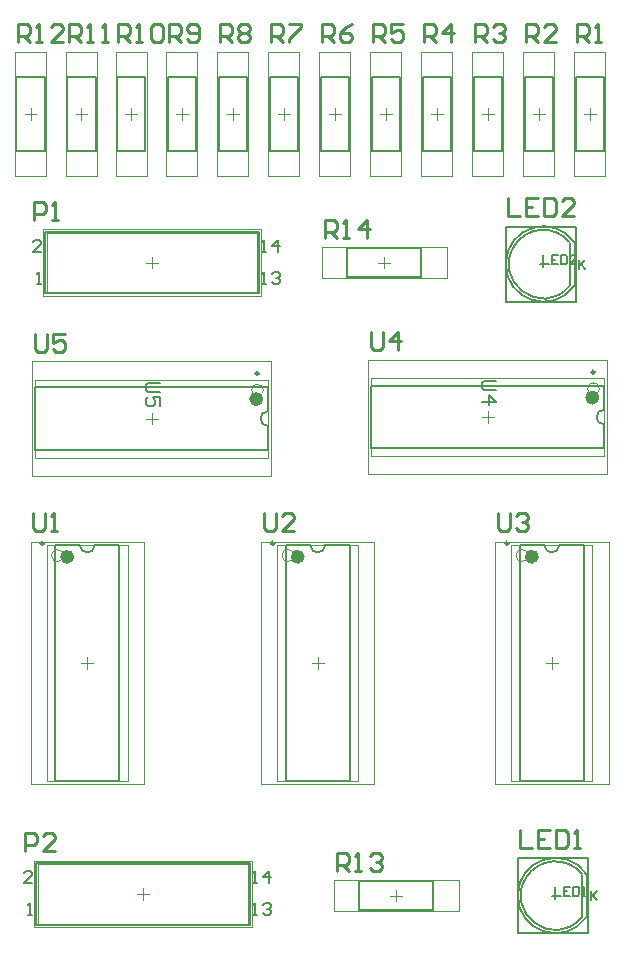
<source format=gto>
G04*
G04 #@! TF.GenerationSoftware,Altium Limited,Altium Designer,22.9.1 (49)*
G04*
G04 Layer_Color=65535*
%FSLAX44Y44*%
%MOMM*%
G71*
G04*
G04 #@! TF.SameCoordinates,78882AB9-2C9C-495A-B56B-01B9E16356B5*
G04*
G04*
G04 #@! TF.FilePolarity,Positive*
G04*
G01*
G75*
%ADD10C,0.6000*%
%ADD11C,0.2500*%
%ADD12C,0.2000*%
%ADD13C,0.2540*%
%ADD14C,0.1524*%
%ADD15C,0.1500*%
%ADD16C,0.1000*%
%ADD17C,0.0500*%
D10*
X341600Y773260D02*
G03*
X341600Y773260I-3000J0D01*
G01*
X786190Y908040D02*
G03*
X786190Y908040I-3000J0D01*
G01*
X536723Y773260D02*
G03*
X536723Y773260I-3000J0D01*
G01*
X734960D02*
G03*
X734960Y773260I-3000J0D01*
G01*
X501710Y906770D02*
G03*
X501710Y906770I-3000J0D01*
G01*
D11*
X318750Y784660D02*
G03*
X318750Y784660I-1250J0D01*
G01*
X785140Y929640D02*
G03*
X785140Y929640I-1250J0D01*
G01*
X513873Y784660D02*
G03*
X513873Y784660I-1250J0D01*
G01*
X712110D02*
G03*
X712110Y784660I-1250J0D01*
G01*
X500660Y928370D02*
G03*
X500660Y928370I-1250J0D01*
G01*
D12*
X349250Y783260D02*
G03*
X361950Y783260I6350J0D01*
G01*
X793190Y897890D02*
G03*
X793190Y885190I0J-6350D01*
G01*
X774118Y504975D02*
G03*
X727142Y501609I-22278J-18565D01*
G01*
X728148Y503134D02*
G03*
X774226Y467975I23692J-16724D01*
G01*
X763958Y1039645D02*
G03*
X716982Y1036279I-22278J-18565D01*
G01*
X717988Y1037804D02*
G03*
X764066Y1002645I23692J-16724D01*
G01*
X544373Y783260D02*
G03*
X557073Y783260I6350J0D01*
G01*
X742610D02*
G03*
X755310Y783260I6350J0D01*
G01*
X508710Y896620D02*
G03*
X508710Y883920I0J-6350D01*
G01*
X769050Y1179580D02*
X793050D01*
Y1116580D02*
Y1179580D01*
X769050Y1116580D02*
Y1179580D01*
Y1116580D02*
X793050D01*
X725870Y1179580D02*
X749870D01*
Y1116580D02*
Y1179580D01*
X725870Y1116580D02*
Y1179580D01*
Y1116580D02*
X749870D01*
X682690Y1179580D02*
X706690D01*
Y1116580D02*
Y1179580D01*
X682690Y1116580D02*
Y1179580D01*
Y1116580D02*
X706690D01*
X639510Y1179580D02*
X663510D01*
Y1116580D02*
Y1179580D01*
X639510Y1116580D02*
Y1179580D01*
Y1116580D02*
X663510D01*
X596330Y1179580D02*
X620330D01*
Y1116580D02*
Y1179580D01*
X596330Y1116580D02*
Y1179580D01*
Y1116580D02*
X620330D01*
X553150Y1179580D02*
X577150D01*
Y1116580D02*
Y1179580D01*
X553150Y1116580D02*
Y1179580D01*
Y1116580D02*
X577150D01*
X509970Y1179580D02*
X533970D01*
Y1116580D02*
Y1179580D01*
X509970Y1116580D02*
Y1179580D01*
Y1116580D02*
X533970D01*
X466790Y1179580D02*
X490790D01*
Y1116580D02*
Y1179580D01*
X466790Y1116580D02*
Y1179580D01*
Y1116580D02*
X490790D01*
X423610Y1179580D02*
X447610D01*
Y1116580D02*
Y1179580D01*
X423610Y1116580D02*
Y1179580D01*
Y1116580D02*
X447610D01*
X380834Y1179580D02*
X404834D01*
Y1116580D02*
Y1179580D01*
X380834Y1116580D02*
Y1179580D01*
Y1116580D02*
X404834D01*
X338708Y1179580D02*
X362708D01*
Y1116580D02*
Y1179580D01*
X338708Y1116580D02*
Y1179580D01*
Y1116580D02*
X362708D01*
X295545Y1179580D02*
X319545D01*
Y1116580D02*
Y1179580D01*
X295545Y1116580D02*
Y1179580D01*
Y1116580D02*
X319545D01*
X328600Y583260D02*
X382600D01*
X361950Y783260D02*
X382600D01*
X328600D02*
X349250D01*
X382600Y583260D02*
Y783260D01*
X328600Y583260D02*
Y783260D01*
X596190Y865040D02*
Y918040D01*
X793190Y865040D02*
Y885190D01*
Y897890D02*
Y918040D01*
X596190Y865040D02*
X793190D01*
X596190Y918040D02*
X793190D01*
X774700Y468630D02*
Y504190D01*
X585720Y474410D02*
Y498410D01*
X648720D01*
X585720Y474410D02*
X648720D01*
Y498410D01*
X764540Y1003300D02*
Y1038860D01*
X575560Y1010350D02*
Y1034350D01*
X638560D01*
X575560Y1010350D02*
X638560D01*
Y1034350D01*
X523723Y583260D02*
X577723D01*
X557073Y783260D02*
X577723D01*
X523723D02*
X544373D01*
X577723Y583260D02*
Y783260D01*
X523723Y583260D02*
Y783260D01*
X500610Y996200D02*
Y1048500D01*
X319810D02*
X500610D01*
X319810Y996200D02*
X500610D01*
X319810D02*
Y1048500D01*
X721960Y583260D02*
X775960D01*
X755310Y783260D02*
X775960D01*
X721960D02*
X742610D01*
X775960Y583260D02*
Y783260D01*
X721960Y583260D02*
Y783260D01*
X311710Y863770D02*
Y916770D01*
X508710Y863770D02*
Y883920D01*
Y896620D02*
Y916770D01*
X311710Y863770D02*
X508710D01*
X311710Y916770D02*
X508710D01*
X492990Y461530D02*
Y513830D01*
X312190D02*
X492990D01*
X312190Y461530D02*
X492990D01*
X312190D02*
Y513830D01*
X720090Y518160D02*
X779780D01*
Y454660D02*
Y518160D01*
X720090Y454660D02*
X779780D01*
X720090D02*
Y518160D01*
X709930Y1052830D02*
X769620D01*
Y989330D02*
Y1052830D01*
X709930Y989330D02*
X769620D01*
X709930D02*
Y1052830D01*
X778510Y504190D02*
G03*
X778005Y467950I-26526J-17754D01*
G01*
X768350Y1038860D02*
G03*
X767845Y1002620I-26526J-17754D01*
G01*
X778510Y468630D02*
Y504190D01*
X749300Y486410D02*
X754380D01*
X751840Y483870D02*
Y488950D01*
X768350Y1003300D02*
Y1038860D01*
X739140Y1021080D02*
X744220D01*
X741680Y1018540D02*
Y1023620D01*
D13*
X770382Y1208786D02*
Y1224021D01*
X777999D01*
X780539Y1221482D01*
Y1216404D01*
X777999Y1213864D01*
X770382D01*
X775460D02*
X780539Y1208786D01*
X785617D02*
X790695D01*
X788156D01*
Y1224021D01*
X785617Y1221482D01*
X727202Y1208786D02*
Y1224021D01*
X734819D01*
X737359Y1221482D01*
Y1216404D01*
X734819Y1213864D01*
X727202D01*
X732280D02*
X737359Y1208786D01*
X752594D02*
X742437D01*
X752594Y1218943D01*
Y1221482D01*
X750055Y1224021D01*
X744976D01*
X742437Y1221482D01*
X684022Y1208786D02*
Y1224021D01*
X691639D01*
X694179Y1221482D01*
Y1216404D01*
X691639Y1213864D01*
X684022D01*
X689100D02*
X694179Y1208786D01*
X699257Y1221482D02*
X701796Y1224021D01*
X706875D01*
X709414Y1221482D01*
Y1218943D01*
X706875Y1216404D01*
X704335D01*
X706875D01*
X709414Y1213864D01*
Y1211325D01*
X706875Y1208786D01*
X701796D01*
X699257Y1211325D01*
X640842Y1208786D02*
Y1224021D01*
X648459D01*
X650999Y1221482D01*
Y1216404D01*
X648459Y1213864D01*
X640842D01*
X645920D02*
X650999Y1208786D01*
X663695D02*
Y1224021D01*
X656077Y1216404D01*
X666234D01*
X597662Y1208786D02*
Y1224021D01*
X605280D01*
X607819Y1221482D01*
Y1216404D01*
X605280Y1213864D01*
X597662D01*
X602740D02*
X607819Y1208786D01*
X623054Y1224021D02*
X612897D01*
Y1216404D01*
X617975Y1218943D01*
X620515D01*
X623054Y1216404D01*
Y1211325D01*
X620515Y1208786D01*
X615436D01*
X612897Y1211325D01*
X554482Y1208786D02*
Y1224021D01*
X562099D01*
X564639Y1221482D01*
Y1216404D01*
X562099Y1213864D01*
X554482D01*
X559560D02*
X564639Y1208786D01*
X579874Y1224021D02*
X574795Y1221482D01*
X569717Y1216404D01*
Y1211325D01*
X572256Y1208786D01*
X577335D01*
X579874Y1211325D01*
Y1213864D01*
X577335Y1216404D01*
X569717D01*
X511302Y1208786D02*
Y1224021D01*
X518919D01*
X521459Y1221482D01*
Y1216404D01*
X518919Y1213864D01*
X511302D01*
X516380D02*
X521459Y1208786D01*
X526537Y1224021D02*
X536694D01*
Y1221482D01*
X526537Y1211325D01*
Y1208786D01*
X468122D02*
Y1224021D01*
X475740D01*
X478279Y1221482D01*
Y1216404D01*
X475740Y1213864D01*
X468122D01*
X473200D02*
X478279Y1208786D01*
X483357Y1221482D02*
X485896Y1224021D01*
X490975D01*
X493514Y1221482D01*
Y1218943D01*
X490975Y1216404D01*
X493514Y1213864D01*
Y1211325D01*
X490975Y1208786D01*
X485896D01*
X483357Y1211325D01*
Y1213864D01*
X485896Y1216404D01*
X483357Y1218943D01*
Y1221482D01*
X485896Y1216404D02*
X490975D01*
X424942Y1208786D02*
Y1224021D01*
X432560D01*
X435099Y1221482D01*
Y1216404D01*
X432560Y1213864D01*
X424942D01*
X430020D02*
X435099Y1208786D01*
X440177Y1211325D02*
X442716Y1208786D01*
X447795D01*
X450334Y1211325D01*
Y1221482D01*
X447795Y1224021D01*
X442716D01*
X440177Y1221482D01*
Y1218943D01*
X442716Y1216404D01*
X450334D01*
X382016Y1208786D02*
Y1224021D01*
X389633D01*
X392173Y1221482D01*
Y1216404D01*
X389633Y1213864D01*
X382016D01*
X387094D02*
X392173Y1208786D01*
X397251D02*
X402329D01*
X399790D01*
Y1224021D01*
X397251Y1221482D01*
X409947D02*
X412486Y1224021D01*
X417565D01*
X420104Y1221482D01*
Y1211325D01*
X417565Y1208786D01*
X412486D01*
X409947Y1211325D01*
Y1221482D01*
X340106Y1208786D02*
Y1224021D01*
X347724D01*
X350263Y1221482D01*
Y1216404D01*
X347724Y1213864D01*
X340106D01*
X345184D02*
X350263Y1208786D01*
X355341D02*
X360419D01*
X357880D01*
Y1224021D01*
X355341Y1221482D01*
X368037Y1208786D02*
X373115D01*
X370576D01*
Y1224021D01*
X368037Y1221482D01*
X296926Y1208786D02*
Y1224021D01*
X304543D01*
X307083Y1221482D01*
Y1216404D01*
X304543Y1213864D01*
X296926D01*
X302004D02*
X307083Y1208786D01*
X312161D02*
X317239D01*
X314700D01*
Y1224021D01*
X312161Y1221482D01*
X335014Y1208786D02*
X324857D01*
X335014Y1218943D01*
Y1221482D01*
X332475Y1224021D01*
X327396D01*
X324857Y1221482D01*
X309880Y810001D02*
Y797305D01*
X312419Y794766D01*
X317498D01*
X320037Y797305D01*
Y810001D01*
X325115Y794766D02*
X330193D01*
X327654D01*
Y810001D01*
X325115Y807462D01*
X595884Y963163D02*
Y950467D01*
X598423Y947928D01*
X603502D01*
X606041Y950467D01*
Y963163D01*
X618737Y947928D02*
Y963163D01*
X611119Y955546D01*
X621276D01*
X721614Y542285D02*
Y527050D01*
X731771D01*
X747006Y542285D02*
X736849D01*
Y527050D01*
X747006D01*
X736849Y534668D02*
X741927D01*
X752084Y542285D02*
Y527050D01*
X759702D01*
X762241Y529589D01*
Y539746D01*
X759702Y542285D01*
X752084D01*
X767319Y527050D02*
X772398D01*
X769858D01*
Y542285D01*
X767319Y539746D01*
X566674Y507238D02*
Y522473D01*
X574291D01*
X576831Y519934D01*
Y514855D01*
X574291Y512316D01*
X566674D01*
X571752D02*
X576831Y507238D01*
X581909D02*
X586987D01*
X584448D01*
Y522473D01*
X581909Y519934D01*
X594605D02*
X597144Y522473D01*
X602223D01*
X604762Y519934D01*
Y517395D01*
X602223Y514855D01*
X599683D01*
X602223D01*
X604762Y512316D01*
Y509777D01*
X602223Y507238D01*
X597144D01*
X594605Y509777D01*
X711454Y1076955D02*
Y1061720D01*
X721611D01*
X736846Y1076955D02*
X726689D01*
Y1061720D01*
X736846D01*
X726689Y1069337D02*
X731767D01*
X741924Y1076955D02*
Y1061720D01*
X749542D01*
X752081Y1064259D01*
Y1074416D01*
X749542Y1076955D01*
X741924D01*
X767316Y1061720D02*
X757159D01*
X767316Y1071877D01*
Y1074416D01*
X764777Y1076955D01*
X759698D01*
X757159Y1074416D01*
X556514Y1043178D02*
Y1058413D01*
X564132D01*
X566671Y1055874D01*
Y1050796D01*
X564132Y1048256D01*
X556514D01*
X561592D02*
X566671Y1043178D01*
X571749D02*
X576827D01*
X574288D01*
Y1058413D01*
X571749Y1055874D01*
X592062Y1043178D02*
Y1058413D01*
X584445Y1050796D01*
X594602D01*
X504952Y810001D02*
Y797305D01*
X507491Y794766D01*
X512570D01*
X515109Y797305D01*
Y810001D01*
X530344Y794766D02*
X520187D01*
X530344Y804923D01*
Y807462D01*
X527805Y810001D01*
X522726D01*
X520187Y807462D01*
X310642Y1058418D02*
Y1073653D01*
X318260D01*
X320799Y1071114D01*
Y1066036D01*
X318260Y1063496D01*
X310642D01*
X325877Y1058418D02*
X330955D01*
X328416D01*
Y1073653D01*
X325877Y1071114D01*
X703326Y810001D02*
Y797305D01*
X705865Y794766D01*
X710944D01*
X713483Y797305D01*
Y810001D01*
X718561Y807462D02*
X721100Y810001D01*
X726179D01*
X728718Y807462D01*
Y804923D01*
X726179Y802383D01*
X723639D01*
X726179D01*
X728718Y799844D01*
Y797305D01*
X726179Y794766D01*
X721100D01*
X718561Y797305D01*
X311404Y961893D02*
Y949197D01*
X313943Y946658D01*
X319021D01*
X321561Y949197D01*
Y961893D01*
X336796D02*
X326639D01*
Y954276D01*
X331717Y956815D01*
X334257D01*
X336796Y954276D01*
Y949197D01*
X334257Y946658D01*
X329178D01*
X326639Y949197D01*
X303022Y523748D02*
Y538983D01*
X310639D01*
X313179Y536444D01*
Y531366D01*
X310639Y528826D01*
X303022D01*
X328414Y523748D02*
X318257D01*
X328414Y533905D01*
Y536444D01*
X325875Y538983D01*
X320796D01*
X318257Y536444D01*
D14*
X782320Y490218D02*
Y482600D01*
Y485139D01*
X787398Y490218D01*
X783590Y486409D01*
X787398Y482600D01*
X772160Y1024887D02*
Y1017270D01*
Y1019809D01*
X777238Y1024887D01*
X773430Y1021079D01*
X777238Y1017270D01*
X503710Y1031350D02*
X507096D01*
X505403D01*
Y1041507D01*
X503710Y1039814D01*
X517252Y1031350D02*
Y1041507D01*
X512174Y1036428D01*
X518945D01*
X503710Y1004350D02*
X507096D01*
X505403D01*
Y1014507D01*
X503710Y1012814D01*
X512174D02*
X513867Y1014507D01*
X517252D01*
X518945Y1012814D01*
Y1011121D01*
X517252Y1009428D01*
X515560D01*
X517252D01*
X518945Y1007736D01*
Y1006043D01*
X517252Y1004350D01*
X513867D01*
X512174Y1006043D01*
X316481Y1031350D02*
X309710D01*
X316481Y1038121D01*
Y1039814D01*
X314788Y1041507D01*
X311403D01*
X309710Y1039814D01*
X312710Y1004350D02*
X316096D01*
X314403D01*
Y1014507D01*
X312710Y1012814D01*
X496090Y496680D02*
X499476D01*
X497783D01*
Y506837D01*
X496090Y505144D01*
X509632Y496680D02*
Y506837D01*
X504554Y501758D01*
X511325D01*
X496090Y469680D02*
X499476D01*
X497783D01*
Y479837D01*
X496090Y478144D01*
X504554D02*
X506247Y479837D01*
X509632D01*
X511325Y478144D01*
Y476451D01*
X509632Y474758D01*
X507939D01*
X509632D01*
X511325Y473066D01*
Y471373D01*
X509632Y469680D01*
X506247D01*
X504554Y471373D01*
X308861Y496680D02*
X302090D01*
X308861Y503451D01*
Y505144D01*
X307168Y506837D01*
X303783D01*
X302090Y505144D01*
X305090Y469680D02*
X308476D01*
X306783D01*
Y479837D01*
X305090Y478144D01*
X751840Y494027D02*
Y486410D01*
X756918D01*
X764536Y494027D02*
X759457D01*
Y486410D01*
X764536D01*
X759457Y490219D02*
X761997D01*
X767075Y494027D02*
Y486410D01*
X770884D01*
X772153Y487680D01*
Y492758D01*
X770884Y494027D01*
X767075D01*
X774693Y486410D02*
X777232D01*
X775962D01*
Y494027D01*
X774693Y492758D01*
X782320Y490218D02*
Y482600D01*
Y485139D01*
X787398Y490218D01*
X783590Y486409D01*
X787398Y482600D01*
X741680Y1028698D02*
Y1021080D01*
X746758D01*
X754376Y1028698D02*
X749297D01*
Y1021080D01*
X754376D01*
X749297Y1024889D02*
X751837D01*
X756915Y1028698D02*
Y1021080D01*
X760724D01*
X761993Y1022350D01*
Y1027428D01*
X760724Y1028698D01*
X756915D01*
X769611Y1021080D02*
X764533D01*
X769611Y1026158D01*
Y1027428D01*
X768341Y1028698D01*
X765802D01*
X764533Y1027428D01*
X772160Y1024887D02*
Y1017270D01*
Y1019809D01*
X777238Y1024887D01*
X773430Y1021079D01*
X777238Y1017270D01*
D15*
X701606Y922020D02*
X691609D01*
X689610Y920021D01*
Y916022D01*
X691609Y914023D01*
X701606D01*
X689610Y904026D02*
X701606D01*
X695608Y910024D01*
Y902027D01*
X417126Y920750D02*
X407129D01*
X405130Y918751D01*
Y914752D01*
X407129Y912753D01*
X417126D01*
Y900757D02*
Y908754D01*
X411128D01*
X413127Y904755D01*
Y902756D01*
X411128Y900757D01*
X407129D01*
X405130Y902756D01*
Y906755D01*
X407129Y908754D01*
D16*
X335350Y774260D02*
G03*
X335350Y774260I-5000J0D01*
G01*
X789190Y915540D02*
G03*
X789190Y915540I-5000J0D01*
G01*
X530473Y774260D02*
G03*
X530473Y774260I-5000J0D01*
G01*
X728710D02*
G03*
X728710Y774260I-5000J0D01*
G01*
X504710Y914270D02*
G03*
X504710Y914270I-5000J0D01*
G01*
X769050Y1116580D02*
X793050D01*
X769050D02*
Y1179580D01*
X793050Y1116580D02*
Y1179580D01*
X769050D02*
X793050D01*
X725870Y1116580D02*
X749870D01*
X725870D02*
Y1179580D01*
X749870Y1116580D02*
Y1179580D01*
X725870D02*
X749870D01*
X682690Y1116580D02*
X706690D01*
X682690D02*
Y1179580D01*
X706690Y1116580D02*
Y1179580D01*
X682690D02*
X706690D01*
X639510Y1116580D02*
X663510D01*
X639510D02*
Y1179580D01*
X663510Y1116580D02*
Y1179580D01*
X639510D02*
X663510D01*
X596330Y1116580D02*
X620330D01*
X596330D02*
Y1179580D01*
X620330Y1116580D02*
Y1179580D01*
X596330D02*
X620330D01*
X553150Y1116580D02*
X577150D01*
X553150D02*
Y1179580D01*
X577150Y1116580D02*
Y1179580D01*
X553150D02*
X577150D01*
X509970Y1116580D02*
X533970D01*
X509970D02*
Y1179580D01*
X533970Y1116580D02*
Y1179580D01*
X509970D02*
X533970D01*
X466790Y1116580D02*
X490790D01*
X466790D02*
Y1179580D01*
X490790Y1116580D02*
Y1179580D01*
X466790D02*
X490790D01*
X423610Y1116580D02*
X447610D01*
X423610D02*
Y1179580D01*
X447610Y1116580D02*
Y1179580D01*
X423610D02*
X447610D01*
X380834Y1116580D02*
X404834D01*
X380834D02*
Y1179580D01*
X404834Y1116580D02*
Y1179580D01*
X380834D02*
X404834D01*
X338708Y1116580D02*
X362708D01*
X338708D02*
Y1179580D01*
X362708Y1116580D02*
Y1179580D01*
X338708D02*
X362708D01*
X295545Y1116580D02*
X319545D01*
X295545D02*
Y1179580D01*
X319545Y1116580D02*
Y1179580D01*
X295545D02*
X319545D01*
X321350Y583260D02*
X389850D01*
X321350Y783260D02*
X389850D01*
Y583260D02*
Y783260D01*
X321350Y583260D02*
Y783260D01*
X596190Y858540D02*
Y924540D01*
X793190Y858540D02*
Y924540D01*
X596190Y858540D02*
X793190D01*
X596190Y924540D02*
X793190D01*
X648720Y474410D02*
Y498410D01*
X585720Y474410D02*
X648720D01*
X585720Y498410D02*
X648720D01*
X585720Y474410D02*
Y498410D01*
X638560Y1010350D02*
Y1034350D01*
X575560Y1010350D02*
X638560D01*
X575560Y1034350D02*
X638560D01*
X575560Y1010350D02*
Y1034350D01*
X516473Y583260D02*
X584973D01*
X516473Y783260D02*
X584973D01*
Y583260D02*
Y783260D01*
X516473Y583260D02*
Y783260D01*
X321310Y1047750D02*
X499110D01*
Y996950D02*
Y1047750D01*
X321310Y996950D02*
X499110D01*
X321310D02*
Y1047750D01*
X714710Y583260D02*
X783210D01*
X714710Y783260D02*
X783210D01*
Y583260D02*
Y783260D01*
X714710Y583260D02*
Y783260D01*
X311710Y857270D02*
Y923270D01*
X508710Y857270D02*
Y923270D01*
X311710Y857270D02*
X508710D01*
X311710Y923270D02*
X508710D01*
X313690Y513080D02*
X491490D01*
Y462280D02*
Y513080D01*
X313690Y462280D02*
X491490D01*
X313690D02*
Y513080D01*
X776050Y1148080D02*
X786050D01*
X781050Y1143080D02*
Y1153080D01*
X732870Y1148080D02*
X742870D01*
X737870Y1143080D02*
Y1153080D01*
X689690Y1148080D02*
X699690D01*
X694690Y1143080D02*
Y1153080D01*
X646510Y1148080D02*
X656510D01*
X651510Y1143080D02*
Y1153080D01*
X603330Y1148080D02*
X613330D01*
X608330Y1143080D02*
Y1153080D01*
X560150Y1148080D02*
X570150D01*
X565150Y1143080D02*
Y1153080D01*
X516970Y1148080D02*
X526970D01*
X521970Y1143080D02*
Y1153080D01*
X473790Y1148080D02*
X483790D01*
X478790Y1143080D02*
Y1153080D01*
X430610Y1148080D02*
X440610D01*
X435610Y1143080D02*
Y1153080D01*
X387835Y1148080D02*
X397835D01*
X392834Y1143080D02*
Y1153080D01*
X345708Y1148080D02*
X355708D01*
X350708Y1143080D02*
Y1153080D01*
X302546Y1148080D02*
X312546D01*
X307545Y1143080D02*
Y1153080D01*
X355600Y678260D02*
Y688260D01*
X350600Y683260D02*
X360600D01*
X689690Y891540D02*
X699690D01*
X694690Y886540D02*
Y896540D01*
X617220Y481410D02*
Y491410D01*
X612220Y486410D02*
X622220D01*
X607060Y1017350D02*
Y1027350D01*
X602060Y1022350D02*
X612060D01*
X550723Y678260D02*
Y688260D01*
X545723Y683260D02*
X555723D01*
X748960Y678260D02*
Y688260D01*
X743960Y683260D02*
X753960D01*
X405210Y890270D02*
X415210D01*
X410210Y885270D02*
Y895270D01*
D17*
X768050Y1200830D02*
X794050D01*
X768050Y1095330D02*
Y1200830D01*
X794050Y1095330D02*
Y1200830D01*
X768050Y1095330D02*
X794050D01*
X724870Y1200830D02*
X750870D01*
X724870Y1095330D02*
Y1200830D01*
X750870Y1095330D02*
Y1200830D01*
X724870Y1095330D02*
X750870D01*
X681690Y1200830D02*
X707690D01*
X681690Y1095330D02*
Y1200830D01*
X707690Y1095330D02*
Y1200830D01*
X681690Y1095330D02*
X707690D01*
X638510Y1200830D02*
X664510D01*
X638510Y1095330D02*
Y1200830D01*
X664510Y1095330D02*
Y1200830D01*
X638510Y1095330D02*
X664510D01*
X595330Y1200830D02*
X621330D01*
X595330Y1095330D02*
Y1200830D01*
X621330Y1095330D02*
Y1200830D01*
X595330Y1095330D02*
X621330D01*
X552150Y1200830D02*
X578150D01*
X552150Y1095330D02*
Y1200830D01*
X578150Y1095330D02*
Y1200830D01*
X552150Y1095330D02*
X578150D01*
X508970Y1200830D02*
X534970D01*
X508970Y1095330D02*
Y1200830D01*
X534970Y1095330D02*
Y1200830D01*
X508970Y1095330D02*
X534970D01*
X465790Y1200830D02*
X491790D01*
X465790Y1095330D02*
Y1200830D01*
X491790Y1095330D02*
Y1200830D01*
X465790Y1095330D02*
X491790D01*
X422610Y1200830D02*
X448610D01*
X422610Y1095330D02*
Y1200830D01*
X448610Y1095330D02*
Y1200830D01*
X422610Y1095330D02*
X448610D01*
X379835Y1200830D02*
X405835D01*
X379835Y1095330D02*
Y1200830D01*
X405835Y1095330D02*
Y1200830D01*
X379835Y1095330D02*
X405835D01*
X337708Y1200830D02*
X363708D01*
X337708Y1095330D02*
Y1200830D01*
X363708Y1095330D02*
Y1200830D01*
X337708Y1095330D02*
X363708D01*
X294545Y1200830D02*
X320546D01*
X294545Y1095330D02*
Y1200830D01*
X320546Y1095330D02*
Y1200830D01*
X294545Y1095330D02*
X320546D01*
X307600Y580760D02*
X403600D01*
X307600Y785760D02*
X403600D01*
Y580760D02*
Y785760D01*
X307600Y580760D02*
Y785760D01*
X593690Y843040D02*
Y940040D01*
X795690Y843040D02*
Y940040D01*
X593690Y843040D02*
X795690D01*
X593690Y940040D02*
X795690D01*
X564470Y473410D02*
Y499410D01*
Y473410D02*
X669970D01*
X564470Y499410D02*
X669970D01*
Y473410D02*
Y499410D01*
X554310Y1009350D02*
Y1035350D01*
Y1009350D02*
X659810D01*
X554310Y1035350D02*
X659810D01*
Y1009350D02*
Y1035350D01*
X502723Y580760D02*
X598723D01*
X502723Y785760D02*
X598723D01*
Y580760D02*
Y785760D01*
X502723Y580760D02*
Y785760D01*
X317810Y994200D02*
Y1050500D01*
Y994200D02*
X502610D01*
Y1050500D01*
X317810D02*
X502610D01*
X410210Y1017350D02*
Y1027350D01*
X405210Y1022350D02*
X415210D01*
X700960Y580760D02*
X796960D01*
X700960Y785760D02*
X796960D01*
Y580760D02*
Y785760D01*
X700960Y580760D02*
Y785760D01*
X309210Y841770D02*
Y938770D01*
X511210Y841770D02*
Y938770D01*
X309210Y841770D02*
X511210D01*
X309210Y938770D02*
X511210D01*
X310190Y459530D02*
Y515830D01*
Y459530D02*
X494990D01*
Y515830D01*
X310190D02*
X494990D01*
X402590Y482680D02*
Y492680D01*
X397590Y487680D02*
X407590D01*
M02*

</source>
